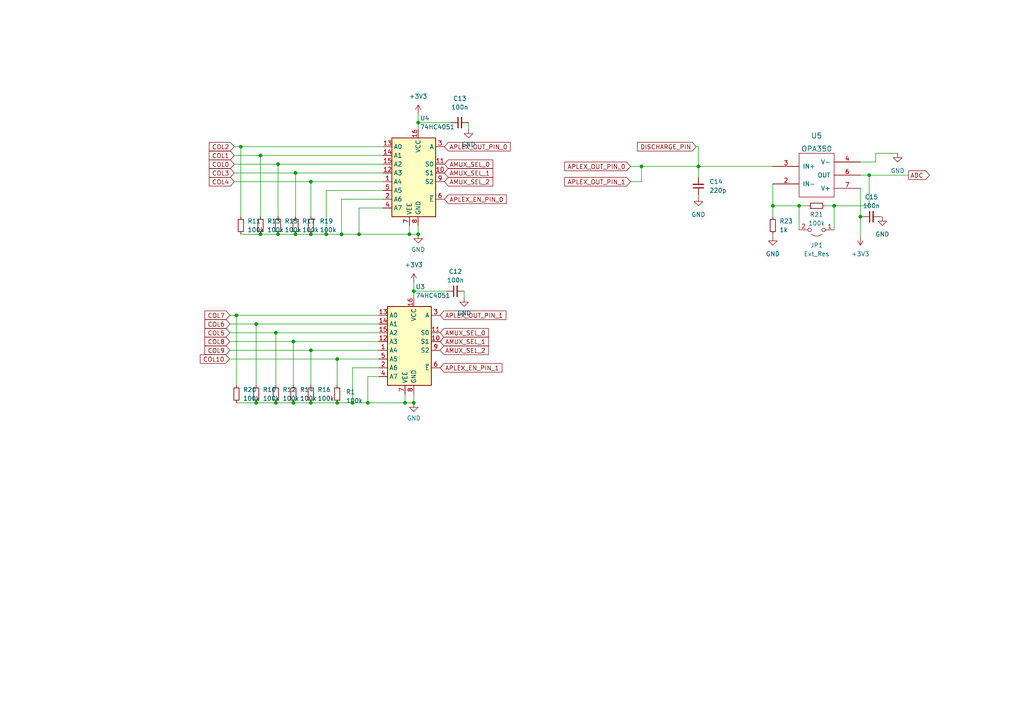
<source format=kicad_sch>
(kicad_sch (version 20230121) (generator eeschema)
  (paper "A4")
  (lib_symbols
    (symbol "74xx:74HC4051"
      (property "Reference" "U" (at -5.08 11.43 0))
      (property "Value" "74HC4051" (at -7.62 -13.97 0))
      (symbol "74HC4051_0_1"
        (rectangle (start -5.08 10.16) (end 7.62 -12.7) (stroke (width 0.254)) (fill (type background)))
      )
      (symbol "74HC4051_1_1"
        (pin passive line (at 10.16 -2.54 180) (length 2.54) (name "A4") (number "1"))
        (pin input line (at -7.62 0 0) (length 2.54) (name "S1") (number "10"))
        (pin input line (at -7.62 2.54 0) (length 2.54) (name "S0") (number "11"))
        (pin passive line (at 10.16 0 180) (length 2.54) (name "A3") (number "12"))
        (pin passive line (at 10.16 7.62 180) (length 2.54) (name "A0") (number "13"))
        (pin passive line (at 10.16 5.08 180) (length 2.54) (name "A1") (number "14"))
        (pin passive line (at 10.16 2.54 180) (length 2.54) (name "A2") (number "15"))
        (pin power_in line (at 0 12.7 270) (length 2.54) (name "VCC") (number "16"))
        (pin passive line (at 10.16 -7.62 180) (length 2.54) (name "A6") (number "2"))
        (pin passive line (at -7.62 7.62 0) (length 2.54) (name "A") (number "3"))
        (pin passive line (at 10.16 -10.16 180) (length 2.54) (name "A7") (number "4"))
        (pin passive line (at 10.16 -5.08 180) (length 2.54) (name "A5") (number "5"))
        (pin input line (at -7.62 -7.62 0) (length 2.54) (name "~{E}") (number "6"))
        (pin power_in line (at 2.54 -15.24 90) (length 2.54) (name "VEE") (number "7"))
        (pin power_in line (at 0 -15.24 90) (length 2.54) (name "GND") (number "8"))
        (pin input line (at -7.62 -2.54 0) (length 2.54) (name "S2") (number "9"))
      )
    )
    (symbol "Device:C_Small" (pin_numbers hide) (pin_names (offset 0.254) hide)
      (property "Reference" "C" (at 0.254 1.778 0))
      (property "Value" "C_Small" (at 0.254 -2.032 0))
      (symbol "C_Small_0_1"
        (polyline (pts (xy -1.524 -0.508) (xy 1.524 -0.508)) (stroke (width 0.3302)))
        (polyline (pts (xy -1.524 0.508) (xy 1.524 0.508)) (stroke (width 0.3048)))
      )
      (symbol "C_Small_1_1"
        (pin passive line (at 0 2.54 270) (length 2.032) (name "~") (number "1"))
        (pin passive line (at 0 -2.54 90) (length 2.032) (name "~") (number "2"))
      )
    )
    (symbol "Device:R_Small" (pin_numbers hide) (pin_names (offset 0.254) hide)
      (property "Reference" "R" (at 0.762 0.508 0))
      (property "Value" "R_Small" (at 0.762 -1.016 0))
      (symbol "R_Small_0_1"
        (rectangle (start -0.762 1.778) (end 0.762 -1.778) (stroke (width 0.2032)))
      )
      (symbol "R_Small_1_1"
        (pin passive line (at 0 2.54 270) (length 0.762) (name "~") (number "1"))
        (pin passive line (at 0 -2.54 90) (length 0.762) (name "~") (number "2"))
      )
    )
    (symbol "Jumper:Jumper_2_Open" (pin_names (offset 0) hide)
      (property "Reference" "JP" (at 0 2.794 0))
      (property "Value" "Jumper_2_Open" (at 0 -2.286 0))
      (symbol "Jumper_2_Open_0_0"
        (circle (center -2.032 0) (radius 0.508))
        (circle (center 2.032 0) (radius 0.508))
      )
      (symbol "Jumper_2_Open_0_1"
        (arc (start 1.524 1.27) (mid 0 1.778) (end -1.524 1.27))
      )
      (symbol "Jumper_2_Open_1_1"
        (pin passive line (at -5.08 0 0) (length 2.54) (name "A") (number "1"))
        (pin passive line (at 5.08 0 180) (length 2.54) (name "B") (number "2"))
      )
    )
    (symbol "cipulot_parts:OPA350" (pin_names (offset 1.016))
      (property "Reference" "U" (at 8.89 -7.62 0))
      (property "Value" "OPA350" (at 5.08 7.62 0))
      (symbol "OPA350_0_1"
        (rectangle (start 0 -6.35) (end 10.16 6.35))
        (pin input line (at -7.62 2.54 0) (length 7.62) (name "IN-") (number "2"))
        (pin input line (at -7.62 -2.54 0) (length 7.62) (name "IN+") (number "3"))
        (pin input line (at 17.78 -3.81 180) (length 7.62) (name "V-") (number "4"))
        (pin input line (at 17.78 0 180) (length 7.62) (name "OUT") (number "6"))
        (pin input line (at 17.78 3.81 180) (length 7.62) (name "V+") (number "7"))
      )
    )
    (symbol "power:+3V3" (power) (pin_names (offset 0))
      (property "Value" "+3V3" (at 0 3.556 0))
      (symbol "+3V3_0_1"
        (polyline (pts (xy -0.762 1.27) (xy 0 2.54)))
        (polyline (pts (xy 0 0) (xy 0 2.54)))
        (polyline (pts (xy 0 2.54) (xy 0.762 1.27)))
      )
      (symbol "+3V3_1_1"
        (pin power_in line (at 0 0 90) (length 0) hide (name "+3V3") (number "1"))
      )
    )
    (symbol "power:GND" (power) (pin_names (offset 0))
      (property "Value" "GND" (at 0 -3.81 0))
      (symbol "GND_0_1"
        (polyline (pts (xy 0 0) (xy 0 -1.27) (xy 1.27 -1.27) (xy 0 -2.54) (xy -1.27 -1.27) (xy 0 -1.27)))
      )
      (symbol "GND_1_1"
        (pin power_in line (at 0 0 270) (length 0) hide (name "GND") (number "1"))
      )
    )
  )
  (junction (at 120.015 84.455))
  (junction (at 106.68 116.84))
  (junction (at 224.155 59.69))
  (junction (at 74.295 93.98))
  (junction (at 85.09 116.84))
  (junction (at 80.645 47.625))
  (junction (at 80.645 67.945))
  (junction (at 90.17 101.6))
  (junction (at 186.055 48.26))
  (junction (at 252.095 50.8))
  (junction (at 249.555 62.865))
  (junction (at 85.725 50.165))
  (junction (at 69.85 42.545))
  (junction (at 94.615 67.945))
  (junction (at 80.01 96.52))
  (junction (at 68.58 91.44))
  (junction (at 121.285 67.945))
  (junction (at 102.235 116.84))
  (junction (at 99.06 67.945))
  (junction (at 85.725 67.945))
  (junction (at 104.14 67.945))
  (junction (at 90.17 52.705))
  (junction (at 75.565 45.085))
  (junction (at 117.475 116.84))
  (junction (at 231.775 59.69))
  (junction (at 80.01 116.84))
  (junction (at 85.09 99.06))
  (junction (at 121.285 35.56))
  (junction (at 90.17 116.84))
  (junction (at 97.79 116.84))
  (junction (at 74.295 116.84))
  (junction (at 97.79 104.14))
  (junction (at 75.565 67.945))
  (junction (at 202.565 48.26))
  (junction (at 118.745 67.945))
  (junction (at 90.17 67.945))
  (junction (at 120.015 116.84))
  (junction (at 241.935 59.69))
  (wire (pts (xy 249.555 54.61) (xy 249.555 62.865)))
  (wire (pts (xy 80.01 116.84) (xy 85.09 116.84)))
  (wire (pts (xy 85.09 116.84) (xy 90.17 116.84)))
  (wire (pts (xy 68.58 116.84) (xy 74.295 116.84)))
  (wire (pts (xy 120.015 84.455) (xy 129.54 84.455)))
  (wire (pts (xy 99.06 57.785) (xy 99.06 67.945)))
  (wire (pts (xy 74.295 111.76) (xy 74.295 93.98)))
  (wire (pts (xy 67.945 42.545) (xy 69.85 42.545)))
  (wire (pts (xy 118.745 67.945) (xy 121.285 67.945)))
  (wire (pts (xy 90.17 101.6) (xy 90.17 111.76)))
  (wire (pts (xy 85.725 50.165) (xy 85.725 62.865)))
  (wire (pts (xy 80.645 67.945) (xy 85.725 67.945)))
  (wire (pts (xy 260.35 44.45) (xy 254 44.45)))
  (wire (pts (xy 67.945 47.625) (xy 80.645 47.625)))
  (wire (pts (xy 118.745 65.405) (xy 118.745 67.945)))
  (wire (pts (xy 85.09 99.06) (xy 109.855 99.06)))
  (wire (pts (xy 94.615 55.245) (xy 94.615 67.945)))
  (wire (pts (xy 90.17 67.945) (xy 94.615 67.945)))
  (wire (pts (xy 69.85 67.945) (xy 75.565 67.945)))
  (wire (pts (xy 252.095 50.8) (xy 252.095 59.69)))
  (wire (pts (xy 202.565 48.26) (xy 224.155 48.26)))
  (wire (pts (xy 252.095 50.8) (xy 263.525 50.8)))
  (wire (pts (xy 90.17 52.705) (xy 90.17 62.865)))
  (wire (pts (xy 80.01 96.52) (xy 80.01 111.76)))
  (wire (pts (xy 97.79 116.84) (xy 102.235 116.84)))
  (wire (pts (xy 67.945 45.085) (xy 75.565 45.085)))
  (wire (pts (xy 117.475 116.84) (xy 120.015 116.84)))
  (wire (pts (xy 80.645 47.625) (xy 80.645 62.865)))
  (wire (pts (xy 90.17 101.6) (xy 109.855 101.6)))
  (wire (pts (xy 121.285 35.56) (xy 121.285 37.465)))
  (wire (pts (xy 231.775 59.69) (xy 231.775 66.675)))
  (wire (pts (xy 90.17 52.705) (xy 111.125 52.705)))
  (wire (pts (xy 75.565 45.085) (xy 75.565 62.865)))
  (wire (pts (xy 66.675 99.06) (xy 85.09 99.06)))
  (wire (pts (xy 85.09 99.06) (xy 85.09 111.76)))
  (wire (pts (xy 239.395 59.69) (xy 241.935 59.69)))
  (wire (pts (xy 68.58 111.76) (xy 68.58 91.44)))
  (wire (pts (xy 66.675 96.52) (xy 80.01 96.52)))
  (wire (pts (xy 90.17 116.84) (xy 97.79 116.84)))
  (wire (pts (xy 109.855 106.68) (xy 102.235 106.68)))
  (wire (pts (xy 250.19 62.865) (xy 249.555 62.865)))
  (wire (pts (xy 67.945 50.165) (xy 85.725 50.165)))
  (wire (pts (xy 74.295 116.84) (xy 80.01 116.84)))
  (wire (pts (xy 224.155 59.69) (xy 224.155 62.865)))
  (wire (pts (xy 85.725 67.945) (xy 90.17 67.945)))
  (wire (pts (xy 182.88 48.26) (xy 186.055 48.26)))
  (wire (pts (xy 66.675 91.44) (xy 68.58 91.44)))
  (wire (pts (xy 135.89 37.465) (xy 135.89 35.56)))
  (wire (pts (xy 66.675 101.6) (xy 90.17 101.6)))
  (wire (pts (xy 224.155 67.945) (xy 224.155 68.58)))
  (wire (pts (xy 104.14 67.945) (xy 118.745 67.945)))
  (wire (pts (xy 249.555 62.865) (xy 249.555 68.58)))
  (wire (pts (xy 224.155 53.34) (xy 224.155 59.69)))
  (wire (pts (xy 94.615 67.945) (xy 99.06 67.945)))
  (wire (pts (xy 249.555 46.99) (xy 254 46.99)))
  (wire (pts (xy 85.725 50.165) (xy 111.125 50.165)))
  (wire (pts (xy 186.055 52.705) (xy 186.055 48.26)))
  (wire (pts (xy 74.295 93.98) (xy 109.855 93.98)))
  (wire (pts (xy 97.79 104.14) (xy 97.79 111.76)))
  (wire (pts (xy 241.935 59.69) (xy 241.935 66.675)))
  (wire (pts (xy 111.125 57.785) (xy 99.06 57.785)))
  (wire (pts (xy 69.85 42.545) (xy 69.85 62.865)))
  (wire (pts (xy 117.475 114.3) (xy 117.475 116.84)))
  (wire (pts (xy 80.645 47.625) (xy 111.125 47.625)))
  (wire (pts (xy 102.235 106.68) (xy 102.235 116.84)))
  (wire (pts (xy 254 46.99) (xy 254 44.45)))
  (wire (pts (xy 255.27 62.865) (xy 255.905 62.865)))
  (wire (pts (xy 202.565 42.545) (xy 202.565 48.26)))
  (wire (pts (xy 111.125 60.325) (xy 104.14 60.325)))
  (wire (pts (xy 67.945 52.705) (xy 90.17 52.705)))
  (wire (pts (xy 120.015 81.915) (xy 120.015 84.455)))
  (wire (pts (xy 106.68 109.22) (xy 106.68 116.84)))
  (wire (pts (xy 121.285 65.405) (xy 121.285 67.945)))
  (wire (pts (xy 186.055 48.26) (xy 202.565 48.26)))
  (wire (pts (xy 68.58 91.44) (xy 109.855 91.44)))
  (wire (pts (xy 201.93 42.545) (xy 202.565 42.545)))
  (wire (pts (xy 69.85 42.545) (xy 111.125 42.545)))
  (wire (pts (xy 75.565 67.945) (xy 80.645 67.945)))
  (wire (pts (xy 249.555 50.8) (xy 252.095 50.8)))
  (wire (pts (xy 109.855 109.22) (xy 106.68 109.22)))
  (wire (pts (xy 231.775 59.69) (xy 224.155 59.69)))
  (wire (pts (xy 102.235 116.84) (xy 106.68 116.84)))
  (wire (pts (xy 99.06 67.945) (xy 104.14 67.945)))
  (wire (pts (xy 121.285 33.02) (xy 121.285 35.56)))
  (wire (pts (xy 182.88 52.705) (xy 186.055 52.705)))
  (wire (pts (xy 104.14 60.325) (xy 104.14 67.945)))
  (wire (pts (xy 109.855 104.14) (xy 97.79 104.14)))
  (wire (pts (xy 231.775 59.69) (xy 234.315 59.69)))
  (wire (pts (xy 80.01 96.52) (xy 109.855 96.52)))
  (wire (pts (xy 120.015 114.3) (xy 120.015 116.84)))
  (wire (pts (xy 66.675 93.98) (xy 74.295 93.98)))
  (wire (pts (xy 252.095 59.69) (xy 241.935 59.69)))
  (wire (pts (xy 106.68 116.84) (xy 117.475 116.84)))
  (wire (pts (xy 120.015 84.455) (xy 120.015 86.36)))
  (wire (pts (xy 66.548 104.14) (xy 97.79 104.14)))
  (wire (pts (xy 121.285 35.56) (xy 130.81 35.56)))
  (wire (pts (xy 111.125 55.245) (xy 94.615 55.245)))
  (wire (pts (xy 134.62 86.36) (xy 134.62 84.455)))
  (wire (pts (xy 202.565 51.435) (xy 202.565 48.26)))
  (wire (pts (xy 75.565 45.085) (xy 111.125 45.085)))
  (wire (pts (xy 202.565 56.515) (xy 202.565 57.15)))
  (global_label "APLEX_EN_PIN_1" (shape input) (at 127.635 106.68 0) (property "Intersheetrefs" "${INTERSHEET_REFS}" (effects hide)))
  (global_label "COL9" (shape input) (at 66.675 101.6 180) (property "Intersheetrefs" "${INTERSHEET_REFS}" (effects hide)))
  (global_label "AMUX_SEL_1" (shape input) (at 127.635 99.06 0) (property "Intersheetrefs" "${INTERSHEET_REFS}" (effects hide)))
  (global_label "COL4" (shape input) (at 67.945 52.705 180) (property "Intersheetrefs" "${INTERSHEET_REFS}" (effects hide)))
  (global_label "APLEX_OUT_PIN_1" (shape input) (at 127.635 91.44 0) (property "Intersheetrefs" "${INTERSHEET_REFS}" (effects hide)))
  (global_label "COL2" (shape input) (at 67.945 42.545 180) (property "Intersheetrefs" "${INTERSHEET_REFS}" (effects hide)))
  (global_label "APLEX_OUT_PIN_0" (shape input) (at 182.88 48.26 180) (property "Intersheetrefs" "${INTERSHEET_REFS}" (effects hide)))
  (global_label "COL7" (shape input) (at 66.675 91.44 180) (property "Intersheetrefs" "${INTERSHEET_REFS}" (effects hide)))
  (global_label "COL8" (shape input) (at 66.675 99.06 180) (property "Intersheetrefs" "${INTERSHEET_REFS}" (effects hide)))
  (global_label "AMUX_SEL_0" (shape input) (at 127.635 96.52 0) (property "Intersheetrefs" "${INTERSHEET_REFS}" (effects hide)))
  (global_label "DISCHARGE_PIN" (shape input) (at 201.93 42.545 180) (property "Intersheetrefs" "${INTERSHEET_REFS}" (effects hide)))
  (global_label "COL3" (shape input) (at 67.945 50.165 180) (property "Intersheetrefs" "${INTERSHEET_REFS}" (effects hide)))
  (global_label "AMUX_SEL_1" (shape input) (at 128.905 50.165 0) (property "Intersheetrefs" "${INTERSHEET_REFS}" (effects hide)))
  (global_label "ADC" (shape output) (at 263.525 50.8 0) (property "Intersheetrefs" "${INTERSHEET_REFS}" (effects hide)))
  (global_label "COL0" (shape input) (at 67.945 47.625 180) (property "Intersheetrefs" "${INTERSHEET_REFS}" (effects hide)))
  (global_label "COL6" (shape input) (at 66.675 93.98 180) (property "Intersheetrefs" "${INTERSHEET_REFS}" (effects hide)))
  (global_label "COL10" (shape input) (at 66.548 104.14 180) (property "Intersheetrefs" "${INTERSHEET_REFS}" (effects hide)))
  (global_label "COL1" (shape input) (at 67.945 45.085 180) (property "Intersheetrefs" "${INTERSHEET_REFS}" (effects hide)))
  (global_label "APLEX_OUT_PIN_0" (shape input) (at 128.905 42.545 0) (property "Intersheetrefs" "${INTERSHEET_REFS}" (effects hide)))
  (global_label "COL5" (shape input) (at 66.675 96.52 180) (property "Intersheetrefs" "${INTERSHEET_REFS}" (effects hide)))
  (global_label "AMUX_SEL_2" (shape input) (at 128.905 52.705 0) (property "Intersheetrefs" "${INTERSHEET_REFS}" (effects hide)))
  (global_label "AMUX_SEL_0" (shape input) (at 128.905 47.625 0) (property "Intersheetrefs" "${INTERSHEET_REFS}" (effects hide)))
  (global_label "APLEX_OUT_PIN_1" (shape input) (at 182.88 52.705 180) (property "Intersheetrefs" "${INTERSHEET_REFS}" (effects hide)))
  (global_label "AMUX_SEL_2" (shape input) (at 127.635 101.6 0) (property "Intersheetrefs" "${INTERSHEET_REFS}" (effects hide)))
  (global_label "APLEX_EN_PIN_0" (shape input) (at 128.905 57.785 0) (property "Intersheetrefs" "${INTERSHEET_REFS}" (effects hide)))
  (symbol (lib_id "Device:C_Small") (at 202.565 53.975 180) (unit 1)
    (property "Reference" "C14" (at 205.74 52.6985 0) (effects (justify right)))
    (property "Value" "220p" (at 205.74 55.2385 0) (effects (justify right)))
    (property "Footprint" "Capacitor_SMD:C_0402_1005Metric" (effects hide))
  )
  (symbol (lib_id "Device:R_Small") (at 68.58 114.3 0) (unit 1)
    (property "Reference" "R20" (at 70.485 113.03 0) (effects (justify left)))
    (property "Value" "100k" (at 70.485 115.5699 0) (effects (justify left)))
    (property "Footprint" "Resistor_SMD:R_0402_1005Metric" (effects hide))
  )
  (symbol (lib_id "power:+3V3") (at 121.285 33.02 0) (unit 1)
    (property "Reference" "#PWR0138" (effects hide))
    (property "Value" "+3V3" (at 121.285 27.94 0))
  )
  (symbol (lib_id "Device:C_Small") (at 252.73 62.865 90) (unit 1)
    (property "Reference" "C15" (at 252.7363 57.15 90))
    (property "Value" "100n" (at 252.7363 59.69 90))
    (property "Footprint" "Capacitor_SMD:C_0402_1005Metric" (effects hide))
  )
  (symbol (lib_id "cipulot_parts:OPA350") (at 231.775 50.8 0) (mirror x) (unit 1)
    (property "Reference" "U5" (at 236.855 39.37 0) (effects (font (size 1.524 1.524))))
    (property "Value" "OPA350" (at 236.855 43.18 0) (effects (font (size 1.524 1.524))))
    (property "Footprint" "Package_SO:SOIC-8_3.9x4.9mm_P1.27mm" (effects hide))
  )
  (symbol (lib_id "power:GND") (at 260.35 44.45 0) (unit 1)
    (property "Reference" "#PWR0140" (effects hide))
    (property "Value" "GND" (at 260.35 49.53 0))
  )
  (symbol (lib_id "74xx:74HC4051") (at 120.015 99.06 0) (mirror y) (unit 1)
    (property "Reference" "U3" (at 120.5356 83.185 0) (effects (justify right)))
    (property "Value" "74HC4051" (at 120.5356 85.725 0) (effects (justify right)))
    (property "Footprint" "cipulot_parts:TSSOP16" (effects hide))
    (property "Datasheet" "http://www.ti.com/lit/ds/symlink/cd74hc4051.pdf" (effects hide))
  )
  (symbol (lib_id "power:GND") (at 224.155 68.58 0) (unit 1)
    (property "Reference" "#PWR0141" (effects hide))
    (property "Value" "GND" (at 224.155 73.66 0))
  )
  (symbol (lib_id "Device:C_Small") (at 132.08 84.455 90) (unit 1)
    (property "Reference" "C12" (at 132.0863 78.74 90))
    (property "Value" "100n" (at 132.0863 81.28 90))
    (property "Footprint" "Capacitor_SMD:C_0402_1005Metric" (effects hide))
  )
  (symbol (lib_id "Device:R_Small") (at 74.295 114.3 0) (unit 1)
    (property "Reference" "R10" (at 76.2 113.0299 0) (effects (justify left)))
    (property "Value" "100k" (at 76.2 115.5699 0) (effects (justify left)))
    (property "Footprint" "Resistor_SMD:R_0402_1005Metric" (effects hide))
  )
  (symbol (lib_id "Device:R_Small") (at 80.645 65.405 0) (unit 1)
    (property "Reference" "R15" (at 82.55 64.1349 0) (effects (justify left)))
    (property "Value" "100k" (at 82.55 66.6749 0) (effects (justify left)))
    (property "Footprint" "Resistor_SMD:R_0402_1005Metric" (effects hide))
  )
  (symbol (lib_id "Device:R_Small") (at 69.85 65.405 0) (unit 1)
    (property "Reference" "R11" (at 71.755 64.1349 0) (effects (justify left)))
    (property "Value" "100k" (at 71.755 66.6749 0) (effects (justify left)))
    (property "Footprint" "Resistor_SMD:R_0402_1005Metric" (effects hide))
  )
  (symbol (lib_id "Device:R_Small") (at 85.09 114.3 0) (unit 1)
    (property "Reference" "R14" (at 86.995 113.0299 0) (effects (justify left)))
    (property "Value" "100k" (at 86.995 115.5699 0) (effects (justify left)))
    (property "Footprint" "Resistor_SMD:R_0402_1005Metric" (effects hide))
  )
  (symbol (lib_id "power:GND") (at 121.285 67.945 0) (unit 1)
    (property "Reference" "#PWR0136" (effects hide))
    (property "Value" "GND" (at 121.285 72.39 0))
  )
  (symbol (lib_id "power:+3V3") (at 249.555 68.58 180) (unit 1)
    (property "Reference" "#PWR0143" (effects hide))
    (property "Value" "+3V3" (at 249.555 73.66 0))
  )
  (symbol (lib_id "74xx:74HC4051") (at 121.285 50.165 0) (mirror y) (unit 1)
    (property "Reference" "U4" (at 121.8056 34.29 0) (effects (justify right)))
    (property "Value" "74HC4051" (at 121.8056 36.83 0) (effects (justify right)))
    (property "Footprint" "cipulot_parts:TSSOP16" (effects hide))
    (property "Datasheet" "http://www.ti.com/lit/ds/symlink/cd74hc4051.pdf" (effects hide))
  )
  (symbol (lib_id "Device:R_Small") (at 224.155 65.405 0) (unit 1)
    (property "Reference" "R23" (at 226.06 64.1349 0) (effects (justify left)))
    (property "Value" "1k" (at 226.06 66.6749 0) (effects (justify left)))
    (property "Footprint" "Resistor_SMD:R_0402_1005Metric" (effects hide))
  )
  (symbol (lib_id "power:GND") (at 202.565 57.15 0) (unit 1)
    (property "Reference" "#PWR0148" (effects hide))
    (property "Value" "GND" (at 202.565 62.23 0))
  )
  (symbol (lib_id "Device:R_Small") (at 97.79 114.3 0) (unit 1)
    (property "Reference" "R1" (at 100.33 113.665 0) (effects (justify left)))
    (property "Value" "100k" (at 100.33 116.205 0) (effects (justify left)))
    (property "Footprint" "Resistor_SMD:R_0402_1005Metric" (effects hide))
  )
  (symbol (lib_id "power:GND") (at 135.89 37.465 0) (unit 1)
    (property "Reference" "#PWR0139" (effects hide))
    (property "Value" "GND" (at 135.89 41.91 0))
  )
  (symbol (lib_id "Device:C_Small") (at 133.35 35.56 90) (unit 1)
    (property "Reference" "C13" (at 133.3563 28.575 90))
    (property "Value" "100n" (at 133.3563 31.115 90))
    (property "Footprint" "Capacitor_SMD:C_0402_1005Metric" (effects hide))
  )
  (symbol (lib_id "Device:R_Small") (at 236.855 59.69 90) (unit 1)
    (property "Reference" "R21" (at 236.855 62.23 90))
    (property "Value" "100k" (at 236.855 64.77 90))
    (property "Footprint" "Resistor_SMD:R_0402_1005Metric" (effects hide))
  )
  (symbol (lib_id "Device:R_Small") (at 90.17 114.3 0) (unit 1)
    (property "Reference" "R16" (at 92.075 113.0299 0) (effects (justify left)))
    (property "Value" "100k" (at 92.075 115.5699 0) (effects (justify left)))
    (property "Footprint" "Resistor_SMD:R_0402_1005Metric" (effects hide))
  )
  (symbol (lib_id "Device:R_Small") (at 85.725 65.405 0) (unit 1)
    (property "Reference" "R17" (at 87.63 64.135 0) (effects (justify left)))
    (property "Value" "100k" (at 87.63 66.6749 0) (effects (justify left)))
    (property "Footprint" "Resistor_SMD:R_0402_1005Metric" (effects hide))
  )
  (symbol (lib_id "Device:R_Small") (at 80.01 114.3 0) (unit 1)
    (property "Reference" "R12" (at 81.915 113.0299 0) (effects (justify left)))
    (property "Value" "100k" (at 81.915 115.5699 0) (effects (justify left)))
    (property "Footprint" "Resistor_SMD:R_0402_1005Metric" (effects hide))
  )
  (symbol (lib_id "Jumper:Jumper_2_Open") (at 236.855 66.675 180) (unit 1)
    (property "Reference" "JP1" (at 236.855 71.1231 0))
    (property "Value" "Ext_Res" (at 236.855 73.66 0))
    (property "Footprint" "Resistor_SMD:R_0603_1608Metric_Pad0.98x0.95mm_HandSolder" (effects hide))
  )
  (symbol (lib_id "power:GND") (at 134.62 86.36 0) (unit 1)
    (property "Reference" "#PWR0135" (effects hide))
    (property "Value" "GND" (at 134.62 90.805 0))
  )
  (symbol (lib_id "power:GND") (at 120.015 116.84 0) (unit 1)
    (property "Reference" "#PWR0134" (effects hide))
    (property "Value" "GND" (at 120.015 121.285 0))
  )
  (symbol (lib_id "power:GND") (at 255.905 62.865 0) (unit 1)
    (property "Reference" "#PWR0142" (effects hide))
    (property "Value" "GND" (at 255.905 67.945 0))
  )
  (symbol (lib_id "Device:R_Small") (at 90.17 65.405 0) (unit 1)
    (property "Reference" "R19" (at 92.71 64.135 0) (effects (justify left)))
    (property "Value" "100k" (at 92.71 66.675 0) (effects (justify left)))
    (property "Footprint" "Resistor_SMD:R_0402_1005Metric" (effects hide))
  )
  (symbol (lib_id "power:+3V3") (at 120.015 81.915 0) (unit 1)
    (property "Reference" "#PWR0137" (effects hide))
    (property "Value" "+3V3" (at 120.015 76.835 0))
  )
  (symbol (lib_id "Device:R_Small") (at 75.565 65.405 0) (unit 1)
    (property "Reference" "R13" (at 77.47 64.1349 0) (effects (justify left)))
    (property "Value" "100k" (at 77.47 66.6749 0) (effects (justify left)))
    (property "Footprint" "Resistor_SMD:R_0402_1005Metric" (effects hide))
  )
)
</source>
